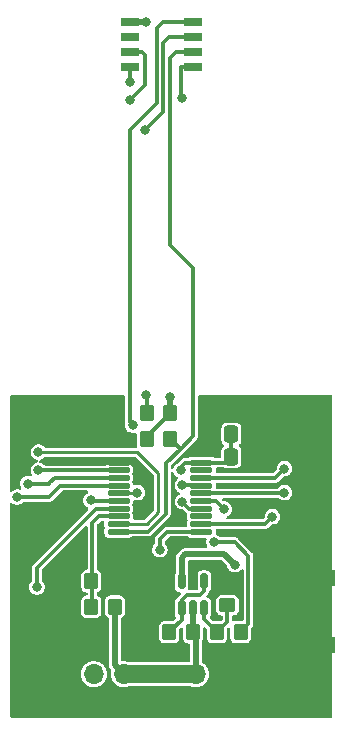
<source format=gbl>
G04 #@! TF.GenerationSoftware,KiCad,Pcbnew,6.0.10*
G04 #@! TF.CreationDate,2023-04-28T22:47:20-05:00*
G04 #@! TF.ProjectId,gas_sensor,6761735f-7365-46e7-936f-722e6b696361,rev?*
G04 #@! TF.SameCoordinates,Original*
G04 #@! TF.FileFunction,Copper,L2,Bot*
G04 #@! TF.FilePolarity,Positive*
%FSLAX46Y46*%
G04 Gerber Fmt 4.6, Leading zero omitted, Abs format (unit mm)*
G04 Created by KiCad (PCBNEW 6.0.10) date 2023-04-28 22:47:20*
%MOMM*%
%LPD*%
G01*
G04 APERTURE LIST*
G04 Aperture macros list*
%AMRoundRect*
0 Rectangle with rounded corners*
0 $1 Rounding radius*
0 $2 $3 $4 $5 $6 $7 $8 $9 X,Y pos of 4 corners*
0 Add a 4 corners polygon primitive as box body*
4,1,4,$2,$3,$4,$5,$6,$7,$8,$9,$2,$3,0*
0 Add four circle primitives for the rounded corners*
1,1,$1+$1,$2,$3*
1,1,$1+$1,$4,$5*
1,1,$1+$1,$6,$7*
1,1,$1+$1,$8,$9*
0 Add four rect primitives between the rounded corners*
20,1,$1+$1,$2,$3,$4,$5,0*
20,1,$1+$1,$4,$5,$6,$7,0*
20,1,$1+$1,$6,$7,$8,$9,0*
20,1,$1+$1,$8,$9,$2,$3,0*%
G04 Aperture macros list end*
G04 #@! TA.AperFunction,SMDPad,CuDef*
%ADD10R,4.200000X1.350000*%
G04 #@! TD*
G04 #@! TA.AperFunction,ComponentPad*
%ADD11R,1.700000X1.700000*%
G04 #@! TD*
G04 #@! TA.AperFunction,ComponentPad*
%ADD12O,1.700000X1.700000*%
G04 #@! TD*
G04 #@! TA.AperFunction,SMDPad,CuDef*
%ADD13RoundRect,0.250000X0.337500X0.475000X-0.337500X0.475000X-0.337500X-0.475000X0.337500X-0.475000X0*%
G04 #@! TD*
G04 #@! TA.AperFunction,SMDPad,CuDef*
%ADD14RoundRect,0.250000X0.350000X0.450000X-0.350000X0.450000X-0.350000X-0.450000X0.350000X-0.450000X0*%
G04 #@! TD*
G04 #@! TA.AperFunction,SMDPad,CuDef*
%ADD15RoundRect,0.250000X-0.350000X-0.450000X0.350000X-0.450000X0.350000X0.450000X-0.350000X0.450000X0*%
G04 #@! TD*
G04 #@! TA.AperFunction,SMDPad,CuDef*
%ADD16R,1.500000X0.650000*%
G04 #@! TD*
G04 #@! TA.AperFunction,SMDPad,CuDef*
%ADD17RoundRect,0.150000X0.150000X-0.512500X0.150000X0.512500X-0.150000X0.512500X-0.150000X-0.512500X0*%
G04 #@! TD*
G04 #@! TA.AperFunction,SMDPad,CuDef*
%ADD18RoundRect,0.250000X0.450000X-0.350000X0.450000X0.350000X-0.450000X0.350000X-0.450000X-0.350000X0*%
G04 #@! TD*
G04 #@! TA.AperFunction,SMDPad,CuDef*
%ADD19RoundRect,0.125000X0.825000X0.125000X-0.825000X0.125000X-0.825000X-0.125000X0.825000X-0.125000X0*%
G04 #@! TD*
G04 #@! TA.AperFunction,ViaPad*
%ADD20C,0.800000*%
G04 #@! TD*
G04 #@! TA.AperFunction,Conductor*
%ADD21C,0.300000*%
G04 #@! TD*
G04 #@! TA.AperFunction,Conductor*
%ADD22C,0.500000*%
G04 #@! TD*
G04 #@! TA.AperFunction,Conductor*
%ADD23C,1.500000*%
G04 #@! TD*
G04 #@! TA.AperFunction,Conductor*
%ADD24C,0.250000*%
G04 #@! TD*
G04 APERTURE END LIST*
D10*
X139319000Y-84074000D03*
X139319000Y-89724000D03*
D11*
X118491000Y-92202000D03*
D12*
X121031000Y-92202000D03*
X123571000Y-92202000D03*
D11*
X132207000Y-92202000D03*
D12*
X129667000Y-92202000D03*
D13*
X134747000Y-71882000D03*
X132672000Y-71882000D03*
D14*
X133445000Y-88646000D03*
X131445000Y-88646000D03*
D15*
X125508000Y-70104000D03*
X127508000Y-70104000D03*
D16*
X124046000Y-40767000D03*
X124046000Y-39497000D03*
X124046000Y-38227000D03*
X124046000Y-36957000D03*
X129446000Y-36957000D03*
X129446000Y-38227000D03*
X129446000Y-39497000D03*
X129446000Y-40767000D03*
D14*
X127508000Y-72263000D03*
X125508000Y-72263000D03*
D17*
X130363000Y-86614000D03*
X129413000Y-86614000D03*
X128463000Y-86614000D03*
X128463000Y-84339000D03*
X129413000Y-84339000D03*
X130363000Y-84339000D03*
D15*
X120809000Y-86487000D03*
X122809000Y-86487000D03*
D14*
X122809000Y-84328000D03*
X120809000Y-84328000D03*
X129413000Y-88646000D03*
X127413000Y-88646000D03*
D18*
X132334000Y-86360000D03*
X132334000Y-84360000D03*
D13*
X134747000Y-73787000D03*
X132672000Y-73787000D03*
D19*
X130119000Y-74291000D03*
X130119000Y-74941000D03*
X130119000Y-75591000D03*
X130119000Y-76241000D03*
X130119000Y-76891000D03*
X130119000Y-77541000D03*
X130119000Y-78191000D03*
X130119000Y-78841000D03*
X130119000Y-79491000D03*
X130119000Y-80141000D03*
X123119000Y-80141000D03*
X123119000Y-79491000D03*
X123119000Y-78841000D03*
X123119000Y-78191000D03*
X123119000Y-77541000D03*
X123119000Y-76891000D03*
X123119000Y-76241000D03*
X123119000Y-75591000D03*
X123119000Y-74941000D03*
X123119000Y-74291000D03*
D20*
X119380000Y-93980000D03*
X129413000Y-83058000D03*
X122428000Y-72390000D03*
X118110000Y-69850000D03*
X115570000Y-87630000D03*
X132080000Y-93980000D03*
X139700000Y-91440000D03*
X134620000Y-93980000D03*
X137160000Y-69850000D03*
X139700000Y-74930000D03*
X125476000Y-36957000D03*
X139700000Y-72390000D03*
X124460000Y-93980000D03*
X115570000Y-69850000D03*
X139446000Y-77724000D03*
X139700000Y-93980000D03*
X115570000Y-92710000D03*
X125349000Y-78359000D03*
X137160000Y-93980000D03*
X115570000Y-90170000D03*
X120650000Y-69850000D03*
X129540000Y-93980000D03*
X127000000Y-93980000D03*
X121920000Y-93980000D03*
X139700000Y-69850000D03*
X116840000Y-93980000D03*
X127508000Y-68707000D03*
X128397000Y-74930000D03*
X128524000Y-43434000D03*
X124079000Y-42037000D03*
X124079000Y-43561000D03*
X132969000Y-82931000D03*
X125476000Y-68580000D03*
X126619000Y-81661000D03*
X125349000Y-46101000D03*
X120777000Y-77470000D03*
X124320500Y-71120000D03*
X124714000Y-76835000D03*
X128524000Y-76200000D03*
X136144000Y-78867000D03*
X137160000Y-76835000D03*
X137160000Y-74803000D03*
X128524000Y-77597000D03*
X131191000Y-81026000D03*
X116332000Y-74930000D03*
X115443000Y-76073000D03*
X114554000Y-77216000D03*
X116205000Y-84836000D03*
X132080000Y-78232000D03*
X116332000Y-73406000D03*
D21*
X129413000Y-84339000D02*
X129413000Y-83058000D01*
D22*
X124046000Y-36957000D02*
X125476000Y-36957000D01*
X127508000Y-70104000D02*
X127508000Y-68707000D01*
D21*
X128782000Y-74291000D02*
X130119000Y-74291000D01*
X125508000Y-72263000D02*
X125508000Y-72104000D01*
X128397000Y-74676000D02*
X128782000Y-74291000D01*
D22*
X122809000Y-86487000D02*
X122809000Y-91440000D01*
X129413000Y-86614000D02*
X129413000Y-88646000D01*
D21*
X132168000Y-74291000D02*
X132672000Y-73787000D01*
D23*
X129667000Y-92202000D02*
X123571000Y-92202000D01*
D21*
X128397000Y-74930000D02*
X128397000Y-74676000D01*
X132672000Y-73787000D02*
X132672000Y-71882000D01*
X130119000Y-74291000D02*
X132168000Y-74291000D01*
D22*
X129667000Y-92202000D02*
X129667000Y-88900000D01*
X122809000Y-91440000D02*
X123571000Y-92202000D01*
X129667000Y-88900000D02*
X129413000Y-88646000D01*
D21*
X125508000Y-72104000D02*
X127508000Y-70104000D01*
X129446000Y-40767000D02*
X129667000Y-40767000D01*
X125349000Y-39751000D02*
X125349000Y-42291000D01*
D22*
X132080000Y-82042000D02*
X132969000Y-82931000D01*
X128778000Y-82042000D02*
X132080000Y-82042000D01*
X128463000Y-84339000D02*
X128463000Y-82357000D01*
D21*
X125095000Y-39497000D02*
X125349000Y-39751000D01*
X128397000Y-40767000D02*
X128397000Y-43307000D01*
X124046000Y-39497000D02*
X125095000Y-39497000D01*
X129446000Y-40767000D02*
X128397000Y-40767000D01*
D22*
X128463000Y-82357000D02*
X128778000Y-82042000D01*
D21*
X124046000Y-40767000D02*
X124046000Y-42004000D01*
X128397000Y-43307000D02*
X128524000Y-43434000D01*
X125349000Y-42291000D02*
X124079000Y-43561000D01*
X124046000Y-42004000D02*
X124079000Y-42037000D01*
X127508000Y-72263000D02*
X128360947Y-73115947D01*
X127127000Y-74349894D02*
X127127000Y-78613000D01*
X127508000Y-40005000D02*
X127508000Y-55880000D01*
X125599000Y-80141000D02*
X123119000Y-80141000D01*
X129421000Y-57793000D02*
X129421000Y-70985000D01*
X128360947Y-73115947D02*
X127127000Y-74349894D01*
X129421000Y-70985000D02*
X129413000Y-70993000D01*
X127127000Y-78613000D02*
X125599000Y-80141000D01*
X129413000Y-70993000D02*
X129413000Y-72063894D01*
X127508000Y-55880000D02*
X129421000Y-57793000D01*
X129413000Y-72063894D02*
X128360947Y-73115947D01*
X129446000Y-39497000D02*
X128016000Y-39497000D01*
X128016000Y-39497000D02*
X127508000Y-40005000D01*
X126873000Y-43942000D02*
X126873000Y-44577000D01*
X130119000Y-80141000D02*
X127250000Y-80141000D01*
X126873000Y-38735000D02*
X126873000Y-43942000D01*
X126873000Y-44577000D02*
X125349000Y-46101000D01*
X125508000Y-70104000D02*
X125508000Y-68612000D01*
X129446000Y-38227000D02*
X127381000Y-38227000D01*
X127381000Y-38227000D02*
X126873000Y-38735000D01*
X125508000Y-68612000D02*
X125476000Y-68580000D01*
X127250000Y-80141000D02*
X126619000Y-80772000D01*
X126619000Y-80772000D02*
X126619000Y-81661000D01*
X126365000Y-37465000D02*
X126365000Y-43815000D01*
X124079000Y-46101000D02*
X124079000Y-68580000D01*
X126365000Y-43815000D02*
X124079000Y-46101000D01*
X129446000Y-36957000D02*
X126873000Y-36957000D01*
X126873000Y-36957000D02*
X126365000Y-37465000D01*
X124079000Y-70878500D02*
X124320500Y-71120000D01*
X120848000Y-77541000D02*
X123119000Y-77541000D01*
X120777000Y-77470000D02*
X120848000Y-77541000D01*
X124079000Y-68580000D02*
X124079000Y-70878500D01*
D24*
X123119000Y-76891000D02*
X124658000Y-76891000D01*
X124658000Y-76891000D02*
X124714000Y-76835000D01*
D21*
X130078000Y-76200000D02*
X130119000Y-76241000D01*
X128524000Y-76200000D02*
X130078000Y-76200000D01*
X130119000Y-79491000D02*
X135520000Y-79491000D01*
X135520000Y-79491000D02*
X136144000Y-78867000D01*
X130119000Y-76891000D02*
X137104000Y-76891000D01*
X137104000Y-76891000D02*
X137160000Y-76835000D01*
X136372000Y-75591000D02*
X137160000Y-74803000D01*
X130119000Y-75591000D02*
X136372000Y-75591000D01*
X130119000Y-78191000D02*
X129118000Y-78191000D01*
X131191000Y-81026000D02*
X132969000Y-81026000D01*
X134112000Y-82169000D02*
X134112000Y-87979000D01*
X129118000Y-78191000D02*
X128524000Y-77597000D01*
X134112000Y-87979000D02*
X133445000Y-88646000D01*
X132969000Y-81026000D02*
X134112000Y-82169000D01*
X123119000Y-74941000D02*
X116343000Y-74941000D01*
X116343000Y-74941000D02*
X116332000Y-74930000D01*
X117703000Y-75591000D02*
X117348000Y-75946000D01*
X123119000Y-75591000D02*
X117703000Y-75591000D01*
X117221000Y-76073000D02*
X115443000Y-76073000D01*
X117348000Y-75946000D02*
X117221000Y-76073000D01*
X117221000Y-77216000D02*
X114554000Y-77216000D01*
X118196000Y-76241000D02*
X117221000Y-77216000D01*
X123119000Y-76241000D02*
X118196000Y-76241000D01*
X120523000Y-78867000D02*
X116205000Y-83185000D01*
X123119000Y-78191000D02*
X121199000Y-78191000D01*
X116205000Y-83185000D02*
X116205000Y-84836000D01*
X121199000Y-78191000D02*
X120523000Y-78867000D01*
X132334000Y-86360000D02*
X132334000Y-87757000D01*
X130363000Y-86614000D02*
X130363000Y-87564000D01*
X130363000Y-87564000D02*
X131445000Y-88646000D01*
X132334000Y-87757000D02*
X131445000Y-88646000D01*
X130363000Y-85156000D02*
X130363000Y-84339000D01*
X130048000Y-85471000D02*
X130363000Y-85156000D01*
X128463000Y-85913000D02*
X128905000Y-85471000D01*
X128463000Y-87596000D02*
X127413000Y-88646000D01*
X128463000Y-86614000D02*
X128463000Y-87596000D01*
X128905000Y-85471000D02*
X130048000Y-85471000D01*
X128463000Y-86614000D02*
X128463000Y-85913000D01*
X131389000Y-77541000D02*
X132080000Y-78232000D01*
X130119000Y-77541000D02*
X131389000Y-77541000D01*
D24*
X123119000Y-79491000D02*
X125487000Y-79491000D01*
X124714000Y-73406000D02*
X116332000Y-73406000D01*
X125487000Y-79491000D02*
X126492000Y-78486000D01*
X126492000Y-78486000D02*
X126492000Y-75184000D01*
X126492000Y-75184000D02*
X124714000Y-73406000D01*
D21*
X121438000Y-78841000D02*
X120904000Y-79375000D01*
X120904000Y-86392000D02*
X120809000Y-86487000D01*
X120904000Y-79375000D02*
X120904000Y-86392000D01*
X123119000Y-78841000D02*
X121438000Y-78841000D01*
X130093000Y-78867000D02*
X130119000Y-78841000D01*
G04 #@! TA.AperFunction,Conductor*
G36*
X130540591Y-68582421D02*
G01*
X130556000Y-68585486D01*
X130568897Y-68582921D01*
X130593476Y-68580500D01*
X141097500Y-68580500D01*
X141165621Y-68600502D01*
X141212114Y-68654158D01*
X141223500Y-68706500D01*
X141223500Y-95758500D01*
X141203498Y-95826621D01*
X141149842Y-95873114D01*
X141097500Y-95884500D01*
X114045500Y-95884500D01*
X113977379Y-95864498D01*
X113930886Y-95810842D01*
X113919500Y-95758500D01*
X113919500Y-92172964D01*
X119922148Y-92172964D01*
X119935424Y-92375522D01*
X119936845Y-92381118D01*
X119936846Y-92381123D01*
X119957119Y-92460945D01*
X119985392Y-92572269D01*
X119987809Y-92577512D01*
X120025010Y-92658208D01*
X120070377Y-92756616D01*
X120187533Y-92922389D01*
X120332938Y-93064035D01*
X120501720Y-93176812D01*
X120507023Y-93179090D01*
X120507026Y-93179092D01*
X120595707Y-93217192D01*
X120688228Y-93256942D01*
X120761244Y-93273464D01*
X120880579Y-93300467D01*
X120880584Y-93300468D01*
X120886216Y-93301742D01*
X120891987Y-93301969D01*
X120891989Y-93301969D01*
X120951756Y-93304317D01*
X121089053Y-93309712D01*
X121189499Y-93295148D01*
X121284231Y-93281413D01*
X121284236Y-93281412D01*
X121289945Y-93280584D01*
X121295409Y-93278729D01*
X121295414Y-93278728D01*
X121476693Y-93217192D01*
X121476698Y-93217190D01*
X121482165Y-93215334D01*
X121497940Y-93206500D01*
X121556683Y-93173602D01*
X121659276Y-93116147D01*
X121721934Y-93064035D01*
X121810913Y-92990031D01*
X121815345Y-92986345D01*
X121945147Y-92830276D01*
X122044334Y-92653165D01*
X122046190Y-92647698D01*
X122046192Y-92647693D01*
X122107728Y-92466414D01*
X122107729Y-92466409D01*
X122109584Y-92460945D01*
X122110412Y-92455236D01*
X122110413Y-92455231D01*
X122138179Y-92263727D01*
X122138712Y-92260053D01*
X122140232Y-92202000D01*
X122121658Y-91999859D01*
X122120090Y-91994299D01*
X122068125Y-91810046D01*
X122068124Y-91810044D01*
X122066557Y-91804487D01*
X122057763Y-91786653D01*
X121979331Y-91627609D01*
X121976776Y-91622428D01*
X121947373Y-91583052D01*
X121882758Y-91496523D01*
X121855320Y-91459779D01*
X121706258Y-91321987D01*
X121701375Y-91318906D01*
X121701371Y-91318903D01*
X121539464Y-91216748D01*
X121534581Y-91213667D01*
X121346039Y-91138446D01*
X121340379Y-91137320D01*
X121340375Y-91137319D01*
X121152613Y-91099971D01*
X121152610Y-91099971D01*
X121146946Y-91098844D01*
X121141171Y-91098768D01*
X121141167Y-91098768D01*
X121039793Y-91097441D01*
X120943971Y-91096187D01*
X120938274Y-91097166D01*
X120938273Y-91097166D01*
X120749607Y-91129585D01*
X120743910Y-91130564D01*
X120553463Y-91200824D01*
X120379010Y-91304612D01*
X120374670Y-91308418D01*
X120374666Y-91308421D01*
X120289109Y-91383453D01*
X120226392Y-91438455D01*
X120222817Y-91442990D01*
X120222816Y-91442991D01*
X120209581Y-91459779D01*
X120100720Y-91597869D01*
X120098031Y-91602980D01*
X120098029Y-91602983D01*
X120081117Y-91635128D01*
X120006203Y-91777515D01*
X119946007Y-91971378D01*
X119922148Y-92172964D01*
X113919500Y-92172964D01*
X113919500Y-77808599D01*
X113939502Y-77740478D01*
X113993158Y-77693985D01*
X114063432Y-77683881D01*
X114130299Y-77715405D01*
X114172076Y-77753419D01*
X114311293Y-77829008D01*
X114464522Y-77869207D01*
X114548477Y-77870526D01*
X114615319Y-77871576D01*
X114615322Y-77871576D01*
X114622916Y-77871695D01*
X114777332Y-77836329D01*
X114879980Y-77784703D01*
X114912072Y-77768563D01*
X114912075Y-77768561D01*
X114918855Y-77765151D01*
X114924626Y-77760222D01*
X114924629Y-77760220D01*
X115033537Y-77667203D01*
X115039314Y-77662269D01*
X115040855Y-77660125D01*
X115099875Y-77624610D01*
X115131793Y-77620500D01*
X117285066Y-77620500D01*
X117294498Y-77617435D01*
X117294500Y-77617435D01*
X117306287Y-77613605D01*
X117325513Y-77608989D01*
X117337762Y-77607049D01*
X117347555Y-77605498D01*
X117367439Y-77595366D01*
X117385705Y-77587801D01*
X117397496Y-77583970D01*
X117406929Y-77580905D01*
X117424989Y-77567784D01*
X117441846Y-77557454D01*
X117442859Y-77556938D01*
X117461723Y-77547326D01*
X117484511Y-77524538D01*
X117484515Y-77524535D01*
X118326645Y-76682405D01*
X118388957Y-76648379D01*
X118415740Y-76645500D01*
X120428513Y-76645500D01*
X120496634Y-76665502D01*
X120543127Y-76719158D01*
X120553231Y-76789432D01*
X120523737Y-76854012D01*
X120486303Y-76883466D01*
X120406414Y-76924700D01*
X120287039Y-77028838D01*
X120195950Y-77158444D01*
X120193190Y-77165524D01*
X120146139Y-77286204D01*
X120138406Y-77306037D01*
X120137414Y-77313570D01*
X120137414Y-77313571D01*
X120118752Y-77455329D01*
X120117729Y-77463096D01*
X120124513Y-77524542D01*
X120134008Y-77610540D01*
X120135113Y-77620553D01*
X120137723Y-77627684D01*
X120137723Y-77627686D01*
X120181865Y-77748309D01*
X120189553Y-77769319D01*
X120193789Y-77775622D01*
X120193789Y-77775623D01*
X120270100Y-77889185D01*
X120277908Y-77900805D01*
X120283527Y-77905918D01*
X120283528Y-77905919D01*
X120300632Y-77921482D01*
X120395076Y-78007419D01*
X120516050Y-78073103D01*
X120566371Y-78123185D01*
X120581627Y-78192523D01*
X120556975Y-78259102D01*
X120545024Y-78272926D01*
X115896465Y-82921485D01*
X115896452Y-82921499D01*
X115873674Y-82944277D01*
X115869171Y-82953115D01*
X115863546Y-82964154D01*
X115853216Y-82981011D01*
X115840095Y-82999071D01*
X115837030Y-83008504D01*
X115833199Y-83020295D01*
X115825634Y-83038561D01*
X115815502Y-83058445D01*
X115813951Y-83068238D01*
X115812011Y-83080487D01*
X115807395Y-83099713D01*
X115800500Y-83120934D01*
X115800500Y-84262996D01*
X115780498Y-84331117D01*
X115757330Y-84357945D01*
X115715039Y-84394838D01*
X115623950Y-84524444D01*
X115566406Y-84672037D01*
X115545729Y-84829096D01*
X115551170Y-84878380D01*
X115562175Y-84978055D01*
X115563113Y-84986553D01*
X115565723Y-84993684D01*
X115565723Y-84993686D01*
X115585050Y-85046498D01*
X115617553Y-85135319D01*
X115621789Y-85141622D01*
X115621789Y-85141623D01*
X115697164Y-85253792D01*
X115705908Y-85266805D01*
X115711527Y-85271918D01*
X115711528Y-85271919D01*
X115723217Y-85282555D01*
X115823076Y-85373419D01*
X115962293Y-85449008D01*
X116115522Y-85489207D01*
X116199477Y-85490526D01*
X116266319Y-85491576D01*
X116266322Y-85491576D01*
X116273916Y-85491695D01*
X116428332Y-85456329D01*
X116509590Y-85415461D01*
X116563072Y-85388563D01*
X116563075Y-85388561D01*
X116569855Y-85385151D01*
X116575626Y-85380222D01*
X116575629Y-85380220D01*
X116684536Y-85287204D01*
X116684536Y-85287203D01*
X116690314Y-85282269D01*
X116782755Y-85153624D01*
X116841842Y-85006641D01*
X116858694Y-84888229D01*
X116863581Y-84853891D01*
X116863581Y-84853888D01*
X116864162Y-84849807D01*
X116864307Y-84836000D01*
X116863479Y-84829153D01*
X116846188Y-84686273D01*
X116845276Y-84678733D01*
X116789280Y-84530546D01*
X116699553Y-84399992D01*
X116651681Y-84357339D01*
X116614126Y-84297090D01*
X116609500Y-84263263D01*
X116609500Y-83404740D01*
X116629502Y-83336619D01*
X116646405Y-83315645D01*
X120284405Y-79677645D01*
X120346717Y-79643619D01*
X120417532Y-79648684D01*
X120474368Y-79691231D01*
X120499179Y-79757751D01*
X120499500Y-79766740D01*
X120499500Y-83250859D01*
X120479498Y-83318980D01*
X120425842Y-83365473D01*
X120387108Y-83376122D01*
X120357403Y-83379349D01*
X120357402Y-83379349D01*
X120349552Y-83380202D01*
X120342159Y-83382974D01*
X120342157Y-83382974D01*
X120331386Y-83387012D01*
X120214236Y-83430929D01*
X120207057Y-83436309D01*
X120207054Y-83436311D01*
X120155138Y-83475220D01*
X120098596Y-83517596D01*
X120093215Y-83524776D01*
X120017311Y-83626054D01*
X120017309Y-83626057D01*
X120011929Y-83633236D01*
X119961202Y-83768552D01*
X119960349Y-83776402D01*
X119960349Y-83776403D01*
X119958365Y-83794666D01*
X119954500Y-83830244D01*
X119954500Y-84825756D01*
X119961202Y-84887448D01*
X119963974Y-84894841D01*
X119963974Y-84894843D01*
X119978296Y-84933046D01*
X120011929Y-85022764D01*
X120017309Y-85029943D01*
X120017311Y-85029946D01*
X120044707Y-85066500D01*
X120098596Y-85138404D01*
X120105776Y-85143785D01*
X120207054Y-85219689D01*
X120207057Y-85219691D01*
X120214236Y-85225071D01*
X120282653Y-85250719D01*
X120342157Y-85273026D01*
X120342159Y-85273026D01*
X120349552Y-85275798D01*
X120357402Y-85276651D01*
X120357403Y-85276651D01*
X120387108Y-85279878D01*
X120452670Y-85307120D01*
X120493096Y-85365483D01*
X120499500Y-85405141D01*
X120499500Y-85409859D01*
X120479498Y-85477980D01*
X120425842Y-85524473D01*
X120387108Y-85535122D01*
X120357403Y-85538349D01*
X120357402Y-85538349D01*
X120349552Y-85539202D01*
X120342159Y-85541974D01*
X120342157Y-85541974D01*
X120309499Y-85554217D01*
X120214236Y-85589929D01*
X120207057Y-85595309D01*
X120207054Y-85595311D01*
X120134622Y-85649596D01*
X120098596Y-85676596D01*
X120093215Y-85683776D01*
X120017311Y-85785054D01*
X120017309Y-85785057D01*
X120011929Y-85792236D01*
X119982923Y-85869610D01*
X119968381Y-85908403D01*
X119961202Y-85927552D01*
X119960349Y-85935402D01*
X119960349Y-85935403D01*
X119954869Y-85985847D01*
X119954500Y-85989244D01*
X119954500Y-86984756D01*
X119961202Y-87046448D01*
X119963974Y-87053841D01*
X119963974Y-87053843D01*
X119972200Y-87075785D01*
X120011929Y-87181764D01*
X120017309Y-87188943D01*
X120017311Y-87188946D01*
X120058019Y-87243262D01*
X120098596Y-87297404D01*
X120105776Y-87302785D01*
X120207054Y-87378689D01*
X120207057Y-87378691D01*
X120214236Y-87384071D01*
X120303954Y-87417704D01*
X120342157Y-87432026D01*
X120342159Y-87432026D01*
X120349552Y-87434798D01*
X120357402Y-87435651D01*
X120357403Y-87435651D01*
X120407847Y-87441131D01*
X120411244Y-87441500D01*
X121206756Y-87441500D01*
X121210153Y-87441131D01*
X121260597Y-87435651D01*
X121260598Y-87435651D01*
X121268448Y-87434798D01*
X121275841Y-87432026D01*
X121275843Y-87432026D01*
X121314046Y-87417704D01*
X121403764Y-87384071D01*
X121410943Y-87378691D01*
X121410946Y-87378689D01*
X121512224Y-87302785D01*
X121519404Y-87297404D01*
X121559981Y-87243262D01*
X121600689Y-87188946D01*
X121600691Y-87188943D01*
X121606071Y-87181764D01*
X121645800Y-87075785D01*
X121654026Y-87053843D01*
X121654026Y-87053841D01*
X121656798Y-87046448D01*
X121663500Y-86984756D01*
X121663500Y-85989244D01*
X121663131Y-85985847D01*
X121657651Y-85935403D01*
X121657651Y-85935402D01*
X121656798Y-85927552D01*
X121649620Y-85908403D01*
X121635077Y-85869610D01*
X121606071Y-85792236D01*
X121600691Y-85785057D01*
X121600689Y-85785054D01*
X121524785Y-85683776D01*
X121519404Y-85676596D01*
X121483378Y-85649596D01*
X121410946Y-85595311D01*
X121410943Y-85595309D01*
X121403764Y-85589929D01*
X121390272Y-85584871D01*
X121333507Y-85542231D01*
X121308806Y-85475670D01*
X121308500Y-85466889D01*
X121308500Y-85348111D01*
X121328502Y-85279990D01*
X121382158Y-85233497D01*
X121390262Y-85230132D01*
X121403764Y-85225071D01*
X121410943Y-85219691D01*
X121410946Y-85219689D01*
X121512224Y-85143785D01*
X121519404Y-85138404D01*
X121573293Y-85066500D01*
X121600689Y-85029946D01*
X121600691Y-85029943D01*
X121606071Y-85022764D01*
X121639704Y-84933046D01*
X121654026Y-84894843D01*
X121654026Y-84894841D01*
X121656798Y-84887448D01*
X121663500Y-84825756D01*
X121663500Y-83830244D01*
X121659635Y-83794666D01*
X121657651Y-83776403D01*
X121657651Y-83776402D01*
X121656798Y-83768552D01*
X121606071Y-83633236D01*
X121600691Y-83626057D01*
X121600689Y-83626054D01*
X121524785Y-83524776D01*
X121519404Y-83517596D01*
X121462862Y-83475220D01*
X121410946Y-83436311D01*
X121410943Y-83436309D01*
X121403764Y-83430929D01*
X121390272Y-83425871D01*
X121333507Y-83383231D01*
X121308806Y-83316670D01*
X121308500Y-83307889D01*
X121308500Y-79594740D01*
X121328502Y-79526619D01*
X121345405Y-79505645D01*
X121568645Y-79282405D01*
X121630957Y-79248379D01*
X121657740Y-79245500D01*
X121788500Y-79245500D01*
X121856621Y-79265502D01*
X121903114Y-79319158D01*
X121914500Y-79371500D01*
X121914500Y-79651968D01*
X121925481Y-79726561D01*
X121939936Y-79756003D01*
X121942153Y-79760518D01*
X121954221Y-79830482D01*
X121942251Y-79871379D01*
X121925288Y-79906082D01*
X121914500Y-79980032D01*
X121914500Y-80301968D01*
X121925481Y-80376561D01*
X121981162Y-80489970D01*
X122070576Y-80579229D01*
X122079932Y-80583802D01*
X122079933Y-80583803D01*
X122103871Y-80595504D01*
X122184082Y-80634712D01*
X122193761Y-80636124D01*
X122253505Y-80644840D01*
X122253511Y-80644840D01*
X122258032Y-80645500D01*
X123979968Y-80645500D01*
X124011745Y-80640822D01*
X124044870Y-80635946D01*
X124044872Y-80635945D01*
X124054561Y-80634519D01*
X124121817Y-80601498D01*
X124158622Y-80583428D01*
X124158624Y-80583427D01*
X124167970Y-80578838D01*
X124175327Y-80571468D01*
X124178706Y-80569049D01*
X124252053Y-80545500D01*
X125663066Y-80545500D01*
X125672498Y-80542435D01*
X125672500Y-80542435D01*
X125684287Y-80538605D01*
X125703513Y-80533989D01*
X125715762Y-80532049D01*
X125725555Y-80530498D01*
X125745439Y-80520366D01*
X125763705Y-80512801D01*
X125775496Y-80508970D01*
X125784929Y-80505905D01*
X125802989Y-80492784D01*
X125819846Y-80482454D01*
X125822592Y-80481055D01*
X125839723Y-80472326D01*
X125862511Y-80449538D01*
X125862515Y-80449535D01*
X127435535Y-78876515D01*
X127435538Y-78876511D01*
X127458326Y-78853723D01*
X127468457Y-78833840D01*
X127478787Y-78816983D01*
X127486076Y-78806950D01*
X127491904Y-78798929D01*
X127496572Y-78784563D01*
X127498801Y-78777704D01*
X127506367Y-78759437D01*
X127511996Y-78748390D01*
X127516498Y-78739555D01*
X127519990Y-78717507D01*
X127524606Y-78698282D01*
X127528433Y-78686502D01*
X127531499Y-78677066D01*
X127531499Y-78644840D01*
X127531500Y-78644834D01*
X127531500Y-75180456D01*
X127551502Y-75112335D01*
X127605158Y-75065842D01*
X127675432Y-75055738D01*
X127740012Y-75085232D01*
X127775826Y-75137155D01*
X127793884Y-75186500D01*
X127809553Y-75229319D01*
X127813789Y-75235622D01*
X127813789Y-75235623D01*
X127829845Y-75259516D01*
X127897908Y-75360805D01*
X127903527Y-75365918D01*
X127903528Y-75365919D01*
X128005488Y-75458695D01*
X128015076Y-75467419D01*
X128036684Y-75479151D01*
X128073348Y-75499058D01*
X128123669Y-75549141D01*
X128138925Y-75618479D01*
X128114272Y-75685058D01*
X128096054Y-75704738D01*
X128039765Y-75753842D01*
X128039761Y-75753846D01*
X128034039Y-75758838D01*
X127942950Y-75888444D01*
X127925791Y-75932454D01*
X127897336Y-76005439D01*
X127885406Y-76036037D01*
X127884414Y-76043570D01*
X127884414Y-76043571D01*
X127865730Y-76185496D01*
X127864729Y-76193096D01*
X127868035Y-76223039D01*
X127875395Y-76289700D01*
X127882113Y-76350553D01*
X127884723Y-76357684D01*
X127884723Y-76357686D01*
X127930073Y-76481610D01*
X127936553Y-76499319D01*
X127940789Y-76505622D01*
X127940789Y-76505623D01*
X128020204Y-76623804D01*
X128024908Y-76630805D01*
X128030527Y-76635918D01*
X128030528Y-76635919D01*
X128085580Y-76686012D01*
X128142076Y-76737419D01*
X128148749Y-76741042D01*
X128235212Y-76787988D01*
X128285534Y-76838071D01*
X128300790Y-76907409D01*
X128276137Y-76973988D01*
X128232879Y-77010685D01*
X128187723Y-77033992D01*
X128153414Y-77051700D01*
X128034039Y-77155838D01*
X127942950Y-77285444D01*
X127937682Y-77298957D01*
X127903136Y-77387563D01*
X127885406Y-77433037D01*
X127884414Y-77440570D01*
X127884414Y-77440571D01*
X127866264Y-77578438D01*
X127864729Y-77590096D01*
X127868035Y-77620039D01*
X127878564Y-77715405D01*
X127882113Y-77747553D01*
X127884723Y-77754684D01*
X127884723Y-77754686D01*
X127926632Y-77869207D01*
X127936553Y-77896319D01*
X127940789Y-77902622D01*
X127940789Y-77902623D01*
X127952660Y-77920288D01*
X128024908Y-78027805D01*
X128030527Y-78032918D01*
X128030528Y-78032919D01*
X128129730Y-78123185D01*
X128142076Y-78134419D01*
X128281293Y-78210008D01*
X128434522Y-78250207D01*
X128492613Y-78251119D01*
X128556852Y-78252129D01*
X128624651Y-78273198D01*
X128643968Y-78289018D01*
X128854485Y-78499535D01*
X128854489Y-78499538D01*
X128877277Y-78522326D01*
X128876398Y-78523205D01*
X128913728Y-78571613D01*
X128920994Y-78635518D01*
X128915165Y-78675476D01*
X128914500Y-78680032D01*
X128914500Y-79001968D01*
X128915171Y-79006524D01*
X128924000Y-79066498D01*
X128925481Y-79076561D01*
X128929798Y-79085353D01*
X128942153Y-79110518D01*
X128954221Y-79180482D01*
X128942251Y-79221379D01*
X128925288Y-79256082D01*
X128914500Y-79330032D01*
X128914500Y-79610500D01*
X128894498Y-79678621D01*
X128840842Y-79725114D01*
X128788500Y-79736500D01*
X127185934Y-79736500D01*
X127176502Y-79739565D01*
X127176500Y-79739565D01*
X127164713Y-79743395D01*
X127145487Y-79748011D01*
X127123445Y-79751502D01*
X127111181Y-79757751D01*
X127103562Y-79761633D01*
X127085296Y-79769199D01*
X127064071Y-79776095D01*
X127046013Y-79789216D01*
X127029162Y-79799542D01*
X127009277Y-79809674D01*
X126986486Y-79832465D01*
X126310465Y-80508485D01*
X126310462Y-80508489D01*
X126287674Y-80531277D01*
X126277546Y-80551154D01*
X126267216Y-80568011D01*
X126254095Y-80586071D01*
X126251030Y-80595504D01*
X126247199Y-80607295D01*
X126239634Y-80625561D01*
X126229502Y-80645445D01*
X126227951Y-80655238D01*
X126226011Y-80667487D01*
X126221395Y-80686713D01*
X126214500Y-80707934D01*
X126214500Y-81087996D01*
X126194498Y-81156117D01*
X126171330Y-81182945D01*
X126129039Y-81219838D01*
X126037950Y-81349444D01*
X126035190Y-81356524D01*
X125990063Y-81472269D01*
X125980406Y-81497037D01*
X125979414Y-81504570D01*
X125979414Y-81504571D01*
X125960723Y-81646549D01*
X125959729Y-81654096D01*
X125977113Y-81811553D01*
X125979723Y-81818684D01*
X125979723Y-81818686D01*
X126023062Y-81937115D01*
X126031553Y-81960319D01*
X126035789Y-81966622D01*
X126035789Y-81966623D01*
X126110074Y-82077170D01*
X126119908Y-82091805D01*
X126125527Y-82096918D01*
X126125528Y-82096919D01*
X126151606Y-82120648D01*
X126237076Y-82198419D01*
X126376293Y-82274008D01*
X126529522Y-82314207D01*
X126613477Y-82315526D01*
X126680319Y-82316576D01*
X126680322Y-82316576D01*
X126687916Y-82316695D01*
X126842332Y-82281329D01*
X126932726Y-82235866D01*
X126977072Y-82213563D01*
X126977075Y-82213561D01*
X126983855Y-82210151D01*
X126989626Y-82205222D01*
X126989629Y-82205220D01*
X127098536Y-82112204D01*
X127098536Y-82112203D01*
X127104314Y-82107269D01*
X127196755Y-81978624D01*
X127255842Y-81831641D01*
X127272917Y-81711661D01*
X127277581Y-81678891D01*
X127277581Y-81678888D01*
X127278162Y-81674807D01*
X127278307Y-81661000D01*
X127277533Y-81654599D01*
X127272861Y-81615999D01*
X127259276Y-81503733D01*
X127203280Y-81355546D01*
X127113553Y-81224992D01*
X127065681Y-81182339D01*
X127028126Y-81122090D01*
X127023500Y-81088263D01*
X127023500Y-80991741D01*
X127043502Y-80923620D01*
X127060404Y-80902646D01*
X127380644Y-80582405D01*
X127442957Y-80548380D01*
X127469740Y-80545500D01*
X128985901Y-80545500D01*
X129059069Y-80568921D01*
X129063205Y-80571871D01*
X129070576Y-80579229D01*
X129079932Y-80583802D01*
X129079933Y-80583803D01*
X129103871Y-80595504D01*
X129184082Y-80634712D01*
X129193761Y-80636124D01*
X129253505Y-80644840D01*
X129253511Y-80644840D01*
X129258032Y-80645500D01*
X130452467Y-80645500D01*
X130520588Y-80665502D01*
X130567081Y-80719158D01*
X130577185Y-80789432D01*
X130569860Y-80817269D01*
X130552406Y-80862037D01*
X130551414Y-80869570D01*
X130551414Y-80869571D01*
X130544299Y-80923620D01*
X130531729Y-81019096D01*
X130532563Y-81026646D01*
X130546857Y-81156117D01*
X130549113Y-81176553D01*
X130551723Y-81183684D01*
X130551723Y-81183686D01*
X130564991Y-81219941D01*
X130603553Y-81325319D01*
X130607790Y-81331624D01*
X130614240Y-81341223D01*
X130635633Y-81408920D01*
X130617030Y-81477436D01*
X130564337Y-81525018D01*
X130509659Y-81537500D01*
X128848624Y-81537500D01*
X128836619Y-81536159D01*
X128836579Y-81536655D01*
X128827632Y-81535935D01*
X128818876Y-81533954D01*
X128775338Y-81536655D01*
X128765618Y-81537258D01*
X128757816Y-81537500D01*
X128741774Y-81537500D01*
X128737343Y-81538135D01*
X128737338Y-81538135D01*
X128733313Y-81538712D01*
X128731543Y-81538965D01*
X128721486Y-81539996D01*
X128699024Y-81541389D01*
X128683600Y-81542346D01*
X128683598Y-81542346D01*
X128674641Y-81542902D01*
X128666201Y-81545949D01*
X128662911Y-81546630D01*
X128647062Y-81550582D01*
X128643832Y-81551527D01*
X128634948Y-81552799D01*
X128592222Y-81572225D01*
X128582860Y-81576036D01*
X128547158Y-81588925D01*
X128547157Y-81588926D01*
X128538716Y-81591973D01*
X128531467Y-81597269D01*
X128528486Y-81598854D01*
X128514408Y-81607080D01*
X128511569Y-81608896D01*
X128503395Y-81612612D01*
X128496591Y-81618475D01*
X128467848Y-81643242D01*
X128459930Y-81649530D01*
X128449056Y-81657473D01*
X128438194Y-81668335D01*
X128431348Y-81674693D01*
X128393918Y-81706944D01*
X128389034Y-81714479D01*
X128383301Y-81721051D01*
X128374074Y-81732455D01*
X128156206Y-81950323D01*
X128146766Y-81957865D01*
X128147089Y-81958245D01*
X128140253Y-81964063D01*
X128132661Y-81968853D01*
X128126719Y-81975581D01*
X128097329Y-82008859D01*
X128091983Y-82014546D01*
X128080649Y-82025880D01*
X128077964Y-82029463D01*
X128077962Y-82029465D01*
X128074447Y-82034155D01*
X128068062Y-82041998D01*
X128036999Y-82077170D01*
X128033186Y-82085292D01*
X128031346Y-82088093D01*
X128022937Y-82102088D01*
X128021315Y-82105051D01*
X128015930Y-82112236D01*
X128012777Y-82120646D01*
X128012776Y-82120648D01*
X127999454Y-82156182D01*
X127995530Y-82165495D01*
X127975583Y-82207982D01*
X127974201Y-82216856D01*
X127973215Y-82220083D01*
X127969075Y-82235866D01*
X127968354Y-82239144D01*
X127965202Y-82247552D01*
X127964537Y-82256503D01*
X127961724Y-82294357D01*
X127960570Y-82304404D01*
X127958500Y-82317697D01*
X127958500Y-82333062D01*
X127958154Y-82342399D01*
X127954493Y-82391667D01*
X127956366Y-82400442D01*
X127956959Y-82409138D01*
X127958500Y-82423738D01*
X127958500Y-83601007D01*
X127944767Y-83658210D01*
X127923502Y-83699945D01*
X127908500Y-83794666D01*
X127908500Y-84883334D01*
X127923502Y-84978055D01*
X127981674Y-85092223D01*
X128072277Y-85182826D01*
X128186445Y-85240998D01*
X128196236Y-85242549D01*
X128196237Y-85242549D01*
X128211560Y-85244976D01*
X128267230Y-85253793D01*
X128331381Y-85284204D01*
X128368908Y-85344472D01*
X128367895Y-85415461D01*
X128336613Y-85467336D01*
X128154479Y-85649470D01*
X128154452Y-85649499D01*
X128131674Y-85672277D01*
X128127171Y-85681115D01*
X128121546Y-85692154D01*
X128111216Y-85709011D01*
X128098095Y-85727071D01*
X128095030Y-85736505D01*
X128092749Y-85740981D01*
X128069576Y-85772875D01*
X127981674Y-85860777D01*
X127923502Y-85974945D01*
X127908500Y-86069666D01*
X127908500Y-87158334D01*
X127923502Y-87253055D01*
X127977939Y-87359892D01*
X127981674Y-87367223D01*
X127980727Y-87367706D01*
X128001482Y-87425877D01*
X127985402Y-87495029D01*
X127964783Y-87522166D01*
X127832354Y-87654595D01*
X127770042Y-87688621D01*
X127743259Y-87691500D01*
X127015244Y-87691500D01*
X127011848Y-87691869D01*
X127011847Y-87691869D01*
X126961403Y-87697349D01*
X126961402Y-87697349D01*
X126953552Y-87698202D01*
X126946159Y-87700974D01*
X126946157Y-87700974D01*
X126908500Y-87715091D01*
X126818236Y-87748929D01*
X126811057Y-87754309D01*
X126811054Y-87754311D01*
X126723023Y-87820287D01*
X126702596Y-87835596D01*
X126697215Y-87842776D01*
X126621311Y-87944054D01*
X126621309Y-87944057D01*
X126615929Y-87951236D01*
X126612779Y-87959640D01*
X126570015Y-88073714D01*
X126565202Y-88086552D01*
X126564349Y-88094402D01*
X126564349Y-88094403D01*
X126562178Y-88114390D01*
X126558500Y-88148244D01*
X126558500Y-89143756D01*
X126565202Y-89205448D01*
X126615929Y-89340764D01*
X126621309Y-89347943D01*
X126621311Y-89347946D01*
X126685959Y-89434205D01*
X126702596Y-89456404D01*
X126709776Y-89461785D01*
X126811054Y-89537689D01*
X126811057Y-89537691D01*
X126818236Y-89543071D01*
X126907954Y-89576704D01*
X126946157Y-89591026D01*
X126946159Y-89591026D01*
X126953552Y-89593798D01*
X126961402Y-89594651D01*
X126961403Y-89594651D01*
X127011847Y-89600131D01*
X127015244Y-89600500D01*
X127810756Y-89600500D01*
X127814153Y-89600131D01*
X127864597Y-89594651D01*
X127864598Y-89594651D01*
X127872448Y-89593798D01*
X127879841Y-89591026D01*
X127879843Y-89591026D01*
X127918046Y-89576704D01*
X128007764Y-89543071D01*
X128014943Y-89537691D01*
X128014946Y-89537689D01*
X128116224Y-89461785D01*
X128123404Y-89456404D01*
X128140041Y-89434205D01*
X128204689Y-89347946D01*
X128204691Y-89347943D01*
X128210071Y-89340764D01*
X128260798Y-89205448D01*
X128267500Y-89143756D01*
X128267500Y-88415739D01*
X128287502Y-88347619D01*
X128304405Y-88326645D01*
X128343405Y-88287645D01*
X128405717Y-88253619D01*
X128476532Y-88258684D01*
X128533368Y-88301231D01*
X128558179Y-88367751D01*
X128558500Y-88376740D01*
X128558500Y-89143756D01*
X128565202Y-89205448D01*
X128615929Y-89340764D01*
X128621309Y-89347943D01*
X128621311Y-89347946D01*
X128685959Y-89434205D01*
X128702596Y-89456404D01*
X128709776Y-89461785D01*
X128811054Y-89537689D01*
X128811057Y-89537691D01*
X128818236Y-89543071D01*
X128907954Y-89576704D01*
X128946157Y-89591026D01*
X128946159Y-89591026D01*
X128953552Y-89593798D01*
X128961402Y-89594651D01*
X128961403Y-89594651D01*
X129011847Y-89600131D01*
X129015244Y-89600500D01*
X129036500Y-89600500D01*
X129104621Y-89620502D01*
X129151114Y-89674158D01*
X129162500Y-89726500D01*
X129162500Y-91071500D01*
X129142498Y-91139621D01*
X129088842Y-91186114D01*
X129036500Y-91197500D01*
X124058266Y-91197500D01*
X124011576Y-91188530D01*
X123891411Y-91140589D01*
X123891409Y-91140588D01*
X123886039Y-91138446D01*
X123880371Y-91137319D01*
X123880369Y-91137318D01*
X123692613Y-91099971D01*
X123692610Y-91099971D01*
X123686946Y-91098844D01*
X123681171Y-91098768D01*
X123681167Y-91098768D01*
X123579793Y-91097441D01*
X123483971Y-91096187D01*
X123478274Y-91097166D01*
X123478273Y-91097166D01*
X123468950Y-91098768D01*
X123461950Y-91099971D01*
X123460838Y-91100162D01*
X123390314Y-91091985D01*
X123335406Y-91046978D01*
X123313500Y-90975982D01*
X123313500Y-87505237D01*
X123333502Y-87437116D01*
X123387158Y-87390623D01*
X123395269Y-87387256D01*
X123395358Y-87387223D01*
X123395362Y-87387221D01*
X123403764Y-87384071D01*
X123410943Y-87378691D01*
X123410946Y-87378689D01*
X123512224Y-87302785D01*
X123519404Y-87297404D01*
X123559981Y-87243262D01*
X123600689Y-87188946D01*
X123600691Y-87188943D01*
X123606071Y-87181764D01*
X123645800Y-87075785D01*
X123654026Y-87053843D01*
X123654026Y-87053841D01*
X123656798Y-87046448D01*
X123663500Y-86984756D01*
X123663500Y-85989244D01*
X123663131Y-85985847D01*
X123657651Y-85935403D01*
X123657651Y-85935402D01*
X123656798Y-85927552D01*
X123649620Y-85908403D01*
X123635077Y-85869610D01*
X123606071Y-85792236D01*
X123600691Y-85785057D01*
X123600689Y-85785054D01*
X123524785Y-85683776D01*
X123519404Y-85676596D01*
X123483378Y-85649596D01*
X123410946Y-85595311D01*
X123410943Y-85595309D01*
X123403764Y-85589929D01*
X123308501Y-85554217D01*
X123275843Y-85541974D01*
X123275841Y-85541974D01*
X123268448Y-85539202D01*
X123260598Y-85538349D01*
X123260597Y-85538349D01*
X123210153Y-85532869D01*
X123210152Y-85532869D01*
X123206756Y-85532500D01*
X122411244Y-85532500D01*
X122407848Y-85532869D01*
X122407847Y-85532869D01*
X122357403Y-85538349D01*
X122357402Y-85538349D01*
X122349552Y-85539202D01*
X122342159Y-85541974D01*
X122342157Y-85541974D01*
X122309499Y-85554217D01*
X122214236Y-85589929D01*
X122207057Y-85595309D01*
X122207054Y-85595311D01*
X122134622Y-85649596D01*
X122098596Y-85676596D01*
X122093215Y-85683776D01*
X122017311Y-85785054D01*
X122017309Y-85785057D01*
X122011929Y-85792236D01*
X121982923Y-85869610D01*
X121968381Y-85908403D01*
X121961202Y-85927552D01*
X121960349Y-85935402D01*
X121960349Y-85935403D01*
X121954869Y-85985847D01*
X121954500Y-85989244D01*
X121954500Y-86984756D01*
X121961202Y-87046448D01*
X121963974Y-87053841D01*
X121963974Y-87053843D01*
X121972200Y-87075785D01*
X122011929Y-87181764D01*
X122017309Y-87188943D01*
X122017311Y-87188946D01*
X122058019Y-87243262D01*
X122098596Y-87297404D01*
X122105776Y-87302785D01*
X122207054Y-87378689D01*
X122207057Y-87378691D01*
X122214236Y-87384071D01*
X122222638Y-87387221D01*
X122222642Y-87387223D01*
X122222731Y-87387256D01*
X122222806Y-87387313D01*
X122230515Y-87391533D01*
X122229906Y-87392646D01*
X122279495Y-87429898D01*
X122304194Y-87496460D01*
X122304500Y-87505237D01*
X122304500Y-91369376D01*
X122303159Y-91381381D01*
X122303655Y-91381421D01*
X122302935Y-91390368D01*
X122300954Y-91399124D01*
X122301510Y-91408084D01*
X122304258Y-91452382D01*
X122304500Y-91460184D01*
X122304500Y-91476226D01*
X122305135Y-91480657D01*
X122305135Y-91480662D01*
X122305965Y-91486453D01*
X122306996Y-91496514D01*
X122309902Y-91543359D01*
X122312949Y-91551799D01*
X122313630Y-91555089D01*
X122317582Y-91570938D01*
X122318527Y-91574168D01*
X122319799Y-91583052D01*
X122323514Y-91591223D01*
X122339218Y-91625763D01*
X122343030Y-91635128D01*
X122355922Y-91670837D01*
X122355924Y-91670840D01*
X122358972Y-91679284D01*
X122364268Y-91686533D01*
X122365840Y-91689490D01*
X122374093Y-91703614D01*
X122375898Y-91706437D01*
X122379612Y-91714605D01*
X122385469Y-91721402D01*
X122385470Y-91721404D01*
X122410243Y-91750153D01*
X122416525Y-91758064D01*
X122424473Y-91768944D01*
X122435335Y-91779806D01*
X122441693Y-91786653D01*
X122470841Y-91820481D01*
X122500155Y-91885144D01*
X122495721Y-91940092D01*
X122486007Y-91971378D01*
X122462148Y-92172964D01*
X122475424Y-92375522D01*
X122476845Y-92381118D01*
X122476846Y-92381123D01*
X122497119Y-92460945D01*
X122525392Y-92572269D01*
X122527809Y-92577512D01*
X122565010Y-92658208D01*
X122610377Y-92756616D01*
X122727533Y-92922389D01*
X122872938Y-93064035D01*
X123041720Y-93176812D01*
X123047023Y-93179090D01*
X123047026Y-93179092D01*
X123135707Y-93217192D01*
X123228228Y-93256942D01*
X123301244Y-93273464D01*
X123420579Y-93300467D01*
X123420584Y-93300468D01*
X123426216Y-93301742D01*
X123431987Y-93301969D01*
X123431989Y-93301969D01*
X123491756Y-93304317D01*
X123629053Y-93309712D01*
X123729499Y-93295148D01*
X123824231Y-93281413D01*
X123824236Y-93281412D01*
X123829945Y-93280584D01*
X123835409Y-93278729D01*
X123835414Y-93278728D01*
X124022165Y-93215334D01*
X124022418Y-93216080D01*
X124067488Y-93206500D01*
X129180899Y-93206500D01*
X129230636Y-93216732D01*
X129324228Y-93256942D01*
X129397244Y-93273464D01*
X129516579Y-93300467D01*
X129516584Y-93300468D01*
X129522216Y-93301742D01*
X129527987Y-93301969D01*
X129527989Y-93301969D01*
X129587756Y-93304317D01*
X129725053Y-93309712D01*
X129825499Y-93295148D01*
X129920231Y-93281413D01*
X129920236Y-93281412D01*
X129925945Y-93280584D01*
X129931409Y-93278729D01*
X129931414Y-93278728D01*
X130112693Y-93217192D01*
X130112698Y-93217190D01*
X130118165Y-93215334D01*
X130133940Y-93206500D01*
X130192683Y-93173602D01*
X130295276Y-93116147D01*
X130357934Y-93064035D01*
X130446913Y-92990031D01*
X130451345Y-92986345D01*
X130581147Y-92830276D01*
X130680334Y-92653165D01*
X130682190Y-92647698D01*
X130682192Y-92647693D01*
X130743728Y-92466414D01*
X130743729Y-92466409D01*
X130745584Y-92460945D01*
X130746412Y-92455236D01*
X130746413Y-92455231D01*
X130774179Y-92263727D01*
X130774712Y-92260053D01*
X130776232Y-92202000D01*
X130757658Y-91999859D01*
X130756090Y-91994299D01*
X130704125Y-91810046D01*
X130704124Y-91810044D01*
X130702557Y-91804487D01*
X130693763Y-91786653D01*
X130615331Y-91627609D01*
X130612776Y-91622428D01*
X130583373Y-91583052D01*
X130518758Y-91496523D01*
X130491320Y-91459779D01*
X130342258Y-91321987D01*
X130337375Y-91318906D01*
X130337371Y-91318903D01*
X130230265Y-91251325D01*
X130183326Y-91198058D01*
X130171500Y-91144763D01*
X130171500Y-89434205D01*
X130191502Y-89366084D01*
X130196673Y-89358641D01*
X130204689Y-89347945D01*
X130210071Y-89340764D01*
X130260798Y-89205448D01*
X130267500Y-89143756D01*
X130267500Y-88344740D01*
X130287502Y-88276619D01*
X130341158Y-88230126D01*
X130411432Y-88220022D01*
X130476012Y-88249516D01*
X130482595Y-88255645D01*
X130553595Y-88326645D01*
X130587621Y-88388957D01*
X130590500Y-88415739D01*
X130590500Y-89143756D01*
X130597202Y-89205448D01*
X130647929Y-89340764D01*
X130653309Y-89347943D01*
X130653311Y-89347946D01*
X130717959Y-89434205D01*
X130734596Y-89456404D01*
X130741776Y-89461785D01*
X130843054Y-89537689D01*
X130843057Y-89537691D01*
X130850236Y-89543071D01*
X130939954Y-89576704D01*
X130978157Y-89591026D01*
X130978159Y-89591026D01*
X130985552Y-89593798D01*
X130993402Y-89594651D01*
X130993403Y-89594651D01*
X131043847Y-89600131D01*
X131047244Y-89600500D01*
X131842756Y-89600500D01*
X131846153Y-89600131D01*
X131896597Y-89594651D01*
X131896598Y-89594651D01*
X131904448Y-89593798D01*
X131911841Y-89591026D01*
X131911843Y-89591026D01*
X131950046Y-89576704D01*
X132039764Y-89543071D01*
X132046943Y-89537691D01*
X132046946Y-89537689D01*
X132148224Y-89461785D01*
X132155404Y-89456404D01*
X132172041Y-89434205D01*
X132236689Y-89347946D01*
X132236691Y-89347943D01*
X132242071Y-89340764D01*
X132292798Y-89205448D01*
X132299500Y-89143756D01*
X132299500Y-88415739D01*
X132319502Y-88347619D01*
X132336405Y-88326645D01*
X132375405Y-88287645D01*
X132437717Y-88253619D01*
X132508532Y-88258684D01*
X132565368Y-88301231D01*
X132590179Y-88367751D01*
X132590500Y-88376740D01*
X132590500Y-89143756D01*
X132597202Y-89205448D01*
X132647929Y-89340764D01*
X132653309Y-89347943D01*
X132653311Y-89347946D01*
X132717959Y-89434205D01*
X132734596Y-89456404D01*
X132741776Y-89461785D01*
X132843054Y-89537689D01*
X132843057Y-89537691D01*
X132850236Y-89543071D01*
X132939954Y-89576704D01*
X132978157Y-89591026D01*
X132978159Y-89591026D01*
X132985552Y-89593798D01*
X132993402Y-89594651D01*
X132993403Y-89594651D01*
X133043847Y-89600131D01*
X133047244Y-89600500D01*
X133842756Y-89600500D01*
X133846153Y-89600131D01*
X133896597Y-89594651D01*
X133896598Y-89594651D01*
X133904448Y-89593798D01*
X133911841Y-89591026D01*
X133911843Y-89591026D01*
X133950046Y-89576704D01*
X134039764Y-89543071D01*
X134046943Y-89537691D01*
X134046946Y-89537689D01*
X134148224Y-89461785D01*
X134155404Y-89456404D01*
X134172041Y-89434205D01*
X134236689Y-89347946D01*
X134236691Y-89347943D01*
X134242071Y-89340764D01*
X134292798Y-89205448D01*
X134299500Y-89143756D01*
X134299500Y-88415739D01*
X134319502Y-88347618D01*
X134336405Y-88326644D01*
X134443326Y-88219723D01*
X134453459Y-88199836D01*
X134463791Y-88182977D01*
X134471073Y-88172955D01*
X134471074Y-88172953D01*
X134476904Y-88164929D01*
X134481215Y-88151661D01*
X134483801Y-88143704D01*
X134491367Y-88125437D01*
X134496996Y-88114390D01*
X134501498Y-88105555D01*
X134504990Y-88083507D01*
X134509606Y-88064282D01*
X134513433Y-88052502D01*
X134516499Y-88043066D01*
X134516499Y-88010840D01*
X134516500Y-88010834D01*
X134516500Y-82104934D01*
X134509605Y-82083713D01*
X134504989Y-82064487D01*
X134503049Y-82052238D01*
X134501498Y-82042445D01*
X134491366Y-82022561D01*
X134483801Y-82004295D01*
X134479970Y-81992504D01*
X134476905Y-81983071D01*
X134463784Y-81965011D01*
X134453454Y-81948154D01*
X134447829Y-81937115D01*
X134443326Y-81928277D01*
X134420538Y-81905489D01*
X134420535Y-81905485D01*
X133232515Y-80717465D01*
X133232511Y-80717462D01*
X133209723Y-80694674D01*
X133189844Y-80684545D01*
X133172989Y-80674216D01*
X133162953Y-80666925D01*
X133154929Y-80661095D01*
X133133704Y-80654199D01*
X133115438Y-80646633D01*
X133095555Y-80636502D01*
X133073513Y-80633011D01*
X133054287Y-80628395D01*
X133042500Y-80624565D01*
X133042498Y-80624565D01*
X133033066Y-80621500D01*
X131768906Y-80621500D01*
X131700785Y-80601498D01*
X131685087Y-80589577D01*
X131681152Y-80586071D01*
X131567275Y-80484611D01*
X131427274Y-80410484D01*
X131418807Y-80408357D01*
X131418090Y-80407936D01*
X131412813Y-80405910D01*
X131413151Y-80405031D01*
X131357611Y-80372365D01*
X131325589Y-80309000D01*
X131323500Y-80286153D01*
X131323500Y-80021500D01*
X131343502Y-79953379D01*
X131397158Y-79906886D01*
X131449500Y-79895500D01*
X135584066Y-79895500D01*
X135593498Y-79892435D01*
X135593500Y-79892435D01*
X135605287Y-79888605D01*
X135624513Y-79883989D01*
X135636762Y-79882049D01*
X135646555Y-79880498D01*
X135666439Y-79870366D01*
X135684705Y-79862801D01*
X135696496Y-79858970D01*
X135705929Y-79855905D01*
X135723989Y-79842784D01*
X135740846Y-79832454D01*
X135744716Y-79830482D01*
X135760723Y-79822326D01*
X135783511Y-79799538D01*
X135783515Y-79799535D01*
X136024987Y-79558063D01*
X136087299Y-79524037D01*
X136116060Y-79521174D01*
X136205318Y-79522576D01*
X136205321Y-79522576D01*
X136212916Y-79522695D01*
X136367332Y-79487329D01*
X136437742Y-79451917D01*
X136502072Y-79419563D01*
X136502075Y-79419561D01*
X136508855Y-79416151D01*
X136514626Y-79411222D01*
X136514629Y-79411220D01*
X136623536Y-79318204D01*
X136623536Y-79318203D01*
X136629314Y-79313269D01*
X136721755Y-79184624D01*
X136780842Y-79037641D01*
X136794046Y-78944862D01*
X136802581Y-78884891D01*
X136802581Y-78884888D01*
X136803162Y-78880807D01*
X136803307Y-78867000D01*
X136784276Y-78709733D01*
X136728280Y-78561546D01*
X136697028Y-78516074D01*
X136642855Y-78437251D01*
X136642854Y-78437249D01*
X136638553Y-78430992D01*
X136621995Y-78416239D01*
X136584186Y-78382553D01*
X136520275Y-78325611D01*
X136512889Y-78321700D01*
X136386988Y-78255039D01*
X136386989Y-78255039D01*
X136380274Y-78251484D01*
X136226633Y-78212892D01*
X136219034Y-78212852D01*
X136219033Y-78212852D01*
X136153181Y-78212507D01*
X136068221Y-78212062D01*
X136060841Y-78213834D01*
X136060839Y-78213834D01*
X135921563Y-78247271D01*
X135921560Y-78247272D01*
X135914184Y-78249043D01*
X135773414Y-78321700D01*
X135654039Y-78425838D01*
X135562950Y-78555444D01*
X135536656Y-78622884D01*
X135511853Y-78686502D01*
X135505406Y-78703037D01*
X135504414Y-78710570D01*
X135504414Y-78710571D01*
X135485752Y-78852329D01*
X135484729Y-78860096D01*
X135485563Y-78867647D01*
X135487448Y-78884724D01*
X135475042Y-78954628D01*
X135451304Y-78987646D01*
X135389355Y-79049595D01*
X135327043Y-79083621D01*
X135300260Y-79086500D01*
X132368683Y-79086500D01*
X132300562Y-79066498D01*
X132254069Y-79012842D01*
X132243965Y-78942568D01*
X132273459Y-78877988D01*
X132312069Y-78847935D01*
X132438071Y-78784563D01*
X132444855Y-78781151D01*
X132450626Y-78776222D01*
X132450629Y-78776220D01*
X132559536Y-78683204D01*
X132559536Y-78683203D01*
X132565314Y-78678269D01*
X132657755Y-78549624D01*
X132716842Y-78402641D01*
X132725083Y-78344737D01*
X132738581Y-78249891D01*
X132738581Y-78249888D01*
X132739162Y-78245807D01*
X132739307Y-78232000D01*
X132720276Y-78074733D01*
X132664280Y-77926546D01*
X132657748Y-77917042D01*
X132578855Y-77802251D01*
X132578854Y-77802249D01*
X132574553Y-77795992D01*
X132561883Y-77784703D01*
X132461946Y-77695664D01*
X132456275Y-77690611D01*
X132316274Y-77616484D01*
X132162633Y-77577892D01*
X132155034Y-77577852D01*
X132155033Y-77577852D01*
X132059292Y-77577351D01*
X132048878Y-77577296D01*
X131980863Y-77556938D01*
X131960443Y-77540393D01*
X131930645Y-77510595D01*
X131896619Y-77448283D01*
X131901684Y-77377468D01*
X131944231Y-77320632D01*
X132010751Y-77295821D01*
X132019740Y-77295500D01*
X136644796Y-77295500D01*
X136712917Y-77315502D01*
X136729595Y-77328306D01*
X136772455Y-77367305D01*
X136772459Y-77367308D01*
X136778076Y-77372419D01*
X136917293Y-77448008D01*
X137070522Y-77488207D01*
X137154477Y-77489526D01*
X137221319Y-77490576D01*
X137221322Y-77490576D01*
X137228916Y-77490695D01*
X137383332Y-77455329D01*
X137453742Y-77419917D01*
X137518072Y-77387563D01*
X137518075Y-77387561D01*
X137524855Y-77384151D01*
X137530626Y-77379222D01*
X137530629Y-77379220D01*
X137639536Y-77286204D01*
X137639536Y-77286203D01*
X137645314Y-77281269D01*
X137737755Y-77152624D01*
X137796842Y-77005641D01*
X137805890Y-76942062D01*
X137818581Y-76852891D01*
X137818581Y-76852888D01*
X137819162Y-76848807D01*
X137819307Y-76835000D01*
X137800276Y-76677733D01*
X137744280Y-76529546D01*
X137701665Y-76467540D01*
X137658855Y-76405251D01*
X137658854Y-76405249D01*
X137654553Y-76398992D01*
X137536275Y-76293611D01*
X137528889Y-76289700D01*
X137402988Y-76223039D01*
X137402989Y-76223039D01*
X137396274Y-76219484D01*
X137242633Y-76180892D01*
X137235034Y-76180852D01*
X137235033Y-76180852D01*
X137169181Y-76180507D01*
X137084221Y-76180062D01*
X137076841Y-76181834D01*
X137076839Y-76181834D01*
X136937563Y-76215271D01*
X136937560Y-76215272D01*
X136930184Y-76217043D01*
X136789414Y-76289700D01*
X136670039Y-76393838D01*
X136656683Y-76412842D01*
X136642550Y-76432951D01*
X136587016Y-76477182D01*
X136539463Y-76486500D01*
X131449500Y-76486500D01*
X131381379Y-76466498D01*
X131334886Y-76412842D01*
X131323500Y-76360500D01*
X131323500Y-76121500D01*
X131343502Y-76053379D01*
X131397158Y-76006886D01*
X131449500Y-75995500D01*
X136436066Y-75995500D01*
X136445498Y-75992435D01*
X136445500Y-75992435D01*
X136457287Y-75988605D01*
X136476513Y-75983989D01*
X136488762Y-75982049D01*
X136498555Y-75980498D01*
X136518439Y-75970366D01*
X136536705Y-75962801D01*
X136548496Y-75958970D01*
X136557929Y-75955905D01*
X136575989Y-75942784D01*
X136592846Y-75932454D01*
X136612723Y-75922326D01*
X136635511Y-75899538D01*
X136635515Y-75899535D01*
X137040987Y-75494063D01*
X137103299Y-75460037D01*
X137132060Y-75457174D01*
X137221318Y-75458576D01*
X137221321Y-75458576D01*
X137228916Y-75458695D01*
X137383332Y-75423329D01*
X137472036Y-75378716D01*
X137518072Y-75355563D01*
X137518075Y-75355561D01*
X137524855Y-75352151D01*
X137530626Y-75347222D01*
X137530629Y-75347220D01*
X137639536Y-75254204D01*
X137639536Y-75254203D01*
X137645314Y-75249269D01*
X137737755Y-75120624D01*
X137796842Y-74973641D01*
X137819162Y-74816807D01*
X137819307Y-74803000D01*
X137800276Y-74645733D01*
X137744280Y-74497546D01*
X137702778Y-74437160D01*
X137658855Y-74373251D01*
X137658854Y-74373249D01*
X137654553Y-74366992D01*
X137536275Y-74261611D01*
X137528889Y-74257700D01*
X137402988Y-74191039D01*
X137402989Y-74191039D01*
X137396274Y-74187484D01*
X137242633Y-74148892D01*
X137235034Y-74148852D01*
X137235033Y-74148852D01*
X137169181Y-74148507D01*
X137084221Y-74148062D01*
X137076841Y-74149834D01*
X137076839Y-74149834D01*
X136937563Y-74183271D01*
X136937560Y-74183272D01*
X136930184Y-74185043D01*
X136789414Y-74257700D01*
X136783695Y-74262689D01*
X136781496Y-74264607D01*
X136670039Y-74361838D01*
X136578950Y-74491444D01*
X136550178Y-74565241D01*
X136536089Y-74601378D01*
X136521406Y-74639037D01*
X136520414Y-74646570D01*
X136520414Y-74646571D01*
X136501839Y-74787665D01*
X136500729Y-74796096D01*
X136501563Y-74803647D01*
X136503448Y-74820724D01*
X136491042Y-74890628D01*
X136467304Y-74923646D01*
X136241355Y-75149595D01*
X136179043Y-75183621D01*
X136152260Y-75186500D01*
X131449500Y-75186500D01*
X131381379Y-75166498D01*
X131334886Y-75112842D01*
X131323500Y-75060500D01*
X131323500Y-74821500D01*
X131343502Y-74753379D01*
X131397158Y-74706886D01*
X131449500Y-74695500D01*
X132035364Y-74695500D01*
X132089620Y-74709380D01*
X132089736Y-74709071D01*
X132092579Y-74710137D01*
X132092581Y-74710137D01*
X132105899Y-74715130D01*
X132217657Y-74757026D01*
X132217659Y-74757026D01*
X132225052Y-74759798D01*
X132232902Y-74760651D01*
X132232903Y-74760651D01*
X132282482Y-74766037D01*
X132286744Y-74766500D01*
X133057256Y-74766500D01*
X133061518Y-74766037D01*
X133111097Y-74760651D01*
X133111098Y-74760651D01*
X133118948Y-74759798D01*
X133126341Y-74757026D01*
X133126343Y-74757026D01*
X133164546Y-74742704D01*
X133254264Y-74709071D01*
X133261443Y-74703691D01*
X133261446Y-74703689D01*
X133362724Y-74627785D01*
X133369904Y-74622404D01*
X133398182Y-74584673D01*
X133451189Y-74513946D01*
X133451191Y-74513943D01*
X133456571Y-74506764D01*
X133507298Y-74371448D01*
X133514000Y-74309756D01*
X133514000Y-73264244D01*
X133508882Y-73217131D01*
X133508151Y-73210403D01*
X133508151Y-73210402D01*
X133507298Y-73202552D01*
X133456571Y-73067236D01*
X133451191Y-73060057D01*
X133451189Y-73060054D01*
X133375285Y-72958776D01*
X133369904Y-72951596D01*
X133348195Y-72935326D01*
X133305680Y-72878467D01*
X133300654Y-72807648D01*
X133334714Y-72745355D01*
X133348195Y-72733674D01*
X133362724Y-72722785D01*
X133369904Y-72717404D01*
X133385213Y-72696977D01*
X133451189Y-72608946D01*
X133451191Y-72608943D01*
X133456571Y-72601764D01*
X133507298Y-72466448D01*
X133514000Y-72404756D01*
X133514000Y-71359244D01*
X133509517Y-71317974D01*
X133508151Y-71305403D01*
X133508151Y-71305402D01*
X133507298Y-71297552D01*
X133501289Y-71281521D01*
X133459721Y-71170640D01*
X133456571Y-71162236D01*
X133451191Y-71155057D01*
X133451189Y-71155054D01*
X133379558Y-71059477D01*
X133369904Y-71046596D01*
X133301979Y-70995689D01*
X133261446Y-70965311D01*
X133261443Y-70965309D01*
X133254264Y-70959929D01*
X133132825Y-70914404D01*
X133126343Y-70911974D01*
X133126341Y-70911974D01*
X133118948Y-70909202D01*
X133111098Y-70908349D01*
X133111097Y-70908349D01*
X133060653Y-70902869D01*
X133060652Y-70902869D01*
X133057256Y-70902500D01*
X132286744Y-70902500D01*
X132283348Y-70902869D01*
X132283347Y-70902869D01*
X132232903Y-70908349D01*
X132232902Y-70908349D01*
X132225052Y-70909202D01*
X132217659Y-70911974D01*
X132217657Y-70911974D01*
X132211175Y-70914404D01*
X132089736Y-70959929D01*
X132082557Y-70965309D01*
X132082554Y-70965311D01*
X132042021Y-70995689D01*
X131974096Y-71046596D01*
X131964442Y-71059477D01*
X131892811Y-71155054D01*
X131892809Y-71155057D01*
X131887429Y-71162236D01*
X131884279Y-71170640D01*
X131842712Y-71281521D01*
X131836702Y-71297552D01*
X131835849Y-71305402D01*
X131835849Y-71305403D01*
X131834483Y-71317974D01*
X131830000Y-71359244D01*
X131830000Y-72404756D01*
X131836702Y-72466448D01*
X131887429Y-72601764D01*
X131892809Y-72608943D01*
X131892811Y-72608946D01*
X131958787Y-72696977D01*
X131974096Y-72717404D01*
X131981276Y-72722785D01*
X131995805Y-72733674D01*
X132038320Y-72790533D01*
X132043346Y-72861352D01*
X132009286Y-72923645D01*
X131995805Y-72935326D01*
X131974096Y-72951596D01*
X131968715Y-72958776D01*
X131892811Y-73060054D01*
X131892809Y-73060057D01*
X131887429Y-73067236D01*
X131836702Y-73202552D01*
X131835849Y-73210402D01*
X131835849Y-73210403D01*
X131835118Y-73217131D01*
X131830000Y-73264244D01*
X131830000Y-73760500D01*
X131809998Y-73828621D01*
X131756342Y-73875114D01*
X131704000Y-73886500D01*
X131252099Y-73886500D01*
X131178931Y-73863079D01*
X131174794Y-73860128D01*
X131167424Y-73852771D01*
X131053918Y-73797288D01*
X131033614Y-73794326D01*
X130984495Y-73787160D01*
X130984489Y-73787160D01*
X130979968Y-73786500D01*
X129258032Y-73786500D01*
X129226255Y-73791178D01*
X129193130Y-73796054D01*
X129193128Y-73796055D01*
X129183439Y-73797481D01*
X129132675Y-73822405D01*
X129079378Y-73848572D01*
X129079376Y-73848573D01*
X129070030Y-73853162D01*
X129062673Y-73860532D01*
X129059294Y-73862951D01*
X128985947Y-73886500D01*
X128717934Y-73886500D01*
X128708501Y-73889565D01*
X128696714Y-73893395D01*
X128677483Y-73898012D01*
X128671363Y-73898981D01*
X128665244Y-73899950D01*
X128665243Y-73899950D01*
X128655445Y-73901502D01*
X128646610Y-73906004D01*
X128646606Y-73906005D01*
X128635557Y-73911635D01*
X128617295Y-73919199D01*
X128605503Y-73923031D01*
X128605501Y-73923032D01*
X128596071Y-73926096D01*
X128579261Y-73938309D01*
X128578017Y-73939213D01*
X128561160Y-73949543D01*
X128559200Y-73950542D01*
X128541277Y-73959674D01*
X128518489Y-73982462D01*
X128518485Y-73982465D01*
X128219647Y-74281303D01*
X128174504Y-74310286D01*
X128167184Y-74312043D01*
X128026414Y-74384700D01*
X128020695Y-74389689D01*
X127977830Y-74427083D01*
X127913348Y-74456791D01*
X127907956Y-74456034D01*
X127898471Y-74499636D01*
X127890971Y-74511700D01*
X127815950Y-74618444D01*
X127779872Y-74710979D01*
X127774893Y-74723750D01*
X127731512Y-74779951D01*
X127664633Y-74803778D01*
X127595490Y-74787665D01*
X127546034Y-74736727D01*
X127531500Y-74677980D01*
X127531500Y-74569634D01*
X127551502Y-74501513D01*
X127568405Y-74480539D01*
X127698788Y-74350156D01*
X127761100Y-74316130D01*
X127773507Y-74317017D01*
X127788775Y-74264367D01*
X127805901Y-74243043D01*
X128617452Y-73431491D01*
X128632481Y-73418655D01*
X128650537Y-73405537D01*
X128663655Y-73387482D01*
X128676495Y-73372449D01*
X129721535Y-72327408D01*
X129744326Y-72304617D01*
X129754457Y-72284734D01*
X129764784Y-72267881D01*
X129777905Y-72249823D01*
X129784801Y-72228598D01*
X129792367Y-72210332D01*
X129797997Y-72199282D01*
X129802498Y-72190449D01*
X129805989Y-72168407D01*
X129810605Y-72149181D01*
X129814435Y-72137394D01*
X129814435Y-72137392D01*
X129817500Y-72127960D01*
X129817500Y-71093643D01*
X129821500Y-71068387D01*
X129820884Y-71068289D01*
X129822434Y-71058502D01*
X129825500Y-71049066D01*
X129825500Y-68706000D01*
X129845502Y-68637879D01*
X129899158Y-68591386D01*
X129951500Y-68580000D01*
X130516010Y-68580000D01*
X130540591Y-68582421D01*
G37*
G04 #@! TD.AperFunction*
G04 #@! TA.AperFunction,Conductor*
G36*
X131886960Y-82566502D02*
G01*
X131907934Y-82583405D01*
X132286024Y-82961495D01*
X132320050Y-83023807D01*
X132322167Y-83036759D01*
X132327113Y-83081553D01*
X132329723Y-83088684D01*
X132329723Y-83088686D01*
X132333759Y-83099713D01*
X132381553Y-83230319D01*
X132385789Y-83236622D01*
X132385789Y-83236623D01*
X132452984Y-83336619D01*
X132469908Y-83361805D01*
X132475527Y-83366918D01*
X132475528Y-83366919D01*
X132581460Y-83463309D01*
X132587076Y-83468419D01*
X132726293Y-83544008D01*
X132879522Y-83584207D01*
X132963477Y-83585526D01*
X133030319Y-83586576D01*
X133030322Y-83586576D01*
X133037916Y-83586695D01*
X133192332Y-83551329D01*
X133290045Y-83502185D01*
X133327072Y-83483563D01*
X133327075Y-83483561D01*
X133333855Y-83480151D01*
X133339626Y-83475222D01*
X133339629Y-83475220D01*
X133448536Y-83382204D01*
X133448536Y-83382203D01*
X133454314Y-83377269D01*
X133479180Y-83342665D01*
X133535172Y-83299019D01*
X133605875Y-83292573D01*
X133668840Y-83325376D01*
X133704074Y-83387012D01*
X133707500Y-83416193D01*
X133707500Y-87565500D01*
X133687498Y-87633621D01*
X133633842Y-87680114D01*
X133581500Y-87691500D01*
X133047244Y-87691500D01*
X133043848Y-87691869D01*
X133043847Y-87691869D01*
X132993403Y-87697349D01*
X132993402Y-87697349D01*
X132985552Y-87698202D01*
X132978159Y-87700974D01*
X132978157Y-87700974D01*
X132908729Y-87727001D01*
X132837921Y-87732184D01*
X132775553Y-87698262D01*
X132741424Y-87636007D01*
X132738500Y-87609019D01*
X132738500Y-87337684D01*
X132758502Y-87269563D01*
X132812158Y-87223070D01*
X132850891Y-87212421D01*
X132864586Y-87210933D01*
X132885598Y-87208651D01*
X132885600Y-87208651D01*
X132893448Y-87207798D01*
X132900841Y-87205026D01*
X132900843Y-87205026D01*
X132943736Y-87188946D01*
X133028764Y-87157071D01*
X133035943Y-87151691D01*
X133035946Y-87151689D01*
X133137224Y-87075785D01*
X133144404Y-87070404D01*
X133168242Y-87038597D01*
X133225689Y-86961946D01*
X133225691Y-86961943D01*
X133231071Y-86954764D01*
X133281798Y-86819448D01*
X133288500Y-86757756D01*
X133288500Y-85962244D01*
X133281798Y-85900552D01*
X133231071Y-85765236D01*
X133225691Y-85758057D01*
X133225689Y-85758054D01*
X133149785Y-85656776D01*
X133144404Y-85649596D01*
X133088126Y-85607418D01*
X133035946Y-85568311D01*
X133035943Y-85568309D01*
X133028764Y-85562929D01*
X132939046Y-85529296D01*
X132900843Y-85514974D01*
X132900841Y-85514974D01*
X132893448Y-85512202D01*
X132885598Y-85511349D01*
X132885597Y-85511349D01*
X132835153Y-85505869D01*
X132835152Y-85505869D01*
X132831756Y-85505500D01*
X131836244Y-85505500D01*
X131832848Y-85505869D01*
X131832847Y-85505869D01*
X131782403Y-85511349D01*
X131782402Y-85511349D01*
X131774552Y-85512202D01*
X131767159Y-85514974D01*
X131767157Y-85514974D01*
X131728954Y-85529296D01*
X131639236Y-85562929D01*
X131632057Y-85568309D01*
X131632054Y-85568311D01*
X131579874Y-85607418D01*
X131523596Y-85649596D01*
X131518215Y-85656776D01*
X131442311Y-85758054D01*
X131442309Y-85758057D01*
X131436929Y-85765236D01*
X131386202Y-85900552D01*
X131379500Y-85962244D01*
X131379500Y-86757756D01*
X131386202Y-86819448D01*
X131436929Y-86954764D01*
X131442309Y-86961943D01*
X131442311Y-86961946D01*
X131499758Y-87038597D01*
X131523596Y-87070404D01*
X131530776Y-87075785D01*
X131632054Y-87151689D01*
X131632057Y-87151691D01*
X131639236Y-87157071D01*
X131724264Y-87188946D01*
X131767157Y-87205026D01*
X131767159Y-87205026D01*
X131774552Y-87207798D01*
X131782400Y-87208651D01*
X131782402Y-87208651D01*
X131803414Y-87210933D01*
X131817108Y-87212421D01*
X131882670Y-87239663D01*
X131923096Y-87298026D01*
X131929500Y-87337684D01*
X131929500Y-87537260D01*
X131909498Y-87605381D01*
X131892595Y-87626355D01*
X131864355Y-87654595D01*
X131802043Y-87688621D01*
X131775260Y-87691500D01*
X131114740Y-87691500D01*
X131046619Y-87671498D01*
X131025645Y-87654595D01*
X130873261Y-87502211D01*
X130839235Y-87439899D01*
X130844300Y-87369084D01*
X130850089Y-87355913D01*
X130897997Y-87261889D01*
X130897997Y-87261888D01*
X130902498Y-87253055D01*
X130917500Y-87158334D01*
X130917500Y-86069666D01*
X130902498Y-85974945D01*
X130844326Y-85860777D01*
X130753723Y-85770174D01*
X130639555Y-85712002D01*
X130634879Y-85711261D01*
X130578648Y-85672814D01*
X130551010Y-85607418D01*
X130563114Y-85537461D01*
X130587093Y-85503957D01*
X130671535Y-85419515D01*
X130671538Y-85419511D01*
X130694326Y-85396723D01*
X130704457Y-85376840D01*
X130714787Y-85359983D01*
X130722076Y-85349950D01*
X130727904Y-85341929D01*
X130730969Y-85332497D01*
X130734801Y-85320705D01*
X130742365Y-85302443D01*
X130747995Y-85291394D01*
X130747996Y-85291390D01*
X130752498Y-85282555D01*
X130754183Y-85271919D01*
X130755988Y-85260518D01*
X130760605Y-85241286D01*
X130764435Y-85229499D01*
X130767500Y-85220066D01*
X130767500Y-85210147D01*
X130768830Y-85201750D01*
X130799242Y-85137597D01*
X130804184Y-85132365D01*
X130844326Y-85092223D01*
X130902498Y-84978055D01*
X130917500Y-84883334D01*
X130917500Y-83794666D01*
X130902498Y-83699945D01*
X130844326Y-83585777D01*
X130753723Y-83495174D01*
X130639555Y-83437002D01*
X130544834Y-83422000D01*
X130181166Y-83422000D01*
X130086445Y-83437002D01*
X129972277Y-83495174D01*
X129881674Y-83585777D01*
X129823502Y-83699945D01*
X129808500Y-83794666D01*
X129808500Y-84883334D01*
X129809275Y-84888226D01*
X129809275Y-84888229D01*
X129814432Y-84920791D01*
X129805332Y-84991202D01*
X129759609Y-85045515D01*
X129689983Y-85066500D01*
X129136017Y-85066500D01*
X129067896Y-85046498D01*
X129021403Y-84992842D01*
X129011568Y-84920791D01*
X129016725Y-84888229D01*
X129016725Y-84888226D01*
X129017500Y-84883334D01*
X129017500Y-83794666D01*
X129002498Y-83699945D01*
X128981233Y-83658210D01*
X128967500Y-83601007D01*
X128967500Y-82672500D01*
X128987502Y-82604379D01*
X129041158Y-82557886D01*
X129093500Y-82546500D01*
X131818839Y-82546500D01*
X131886960Y-82566502D01*
G37*
G04 #@! TD.AperFunction*
G04 #@! TA.AperFunction,Conductor*
G36*
X124572737Y-73805502D02*
G01*
X124593711Y-73822405D01*
X126075595Y-75304289D01*
X126109621Y-75366601D01*
X126112500Y-75393384D01*
X126112500Y-78276616D01*
X126092498Y-78344737D01*
X126075595Y-78365711D01*
X125366711Y-79074595D01*
X125304399Y-79108621D01*
X125277616Y-79111500D01*
X124449500Y-79111500D01*
X124381379Y-79091498D01*
X124334886Y-79037842D01*
X124323500Y-78985500D01*
X124323500Y-78680032D01*
X124316947Y-78635518D01*
X124313946Y-78615130D01*
X124313945Y-78615128D01*
X124312519Y-78605439D01*
X124295847Y-78571482D01*
X124283779Y-78501518D01*
X124295749Y-78460621D01*
X124312712Y-78425918D01*
X124323500Y-78351968D01*
X124323500Y-78030032D01*
X124312519Y-77955439D01*
X124295847Y-77921482D01*
X124283779Y-77851518D01*
X124295749Y-77810621D01*
X124312712Y-77775918D01*
X124317882Y-77740478D01*
X124322840Y-77706495D01*
X124322840Y-77706489D01*
X124323500Y-77701968D01*
X124323500Y-77572555D01*
X124343502Y-77504434D01*
X124397158Y-77457941D01*
X124467432Y-77447837D01*
X124481475Y-77450679D01*
X124624522Y-77488207D01*
X124708477Y-77489526D01*
X124775319Y-77490576D01*
X124775322Y-77490576D01*
X124782916Y-77490695D01*
X124937332Y-77455329D01*
X125007742Y-77419917D01*
X125072072Y-77387563D01*
X125072075Y-77387561D01*
X125078855Y-77384151D01*
X125084626Y-77379222D01*
X125084629Y-77379220D01*
X125193536Y-77286204D01*
X125193536Y-77286203D01*
X125199314Y-77281269D01*
X125291755Y-77152624D01*
X125350842Y-77005641D01*
X125359890Y-76942062D01*
X125372581Y-76852891D01*
X125372581Y-76852888D01*
X125373162Y-76848807D01*
X125373307Y-76835000D01*
X125354276Y-76677733D01*
X125298280Y-76529546D01*
X125255665Y-76467540D01*
X125212855Y-76405251D01*
X125212854Y-76405249D01*
X125208553Y-76398992D01*
X125090275Y-76293611D01*
X125082889Y-76289700D01*
X124956988Y-76223039D01*
X124956989Y-76223039D01*
X124950274Y-76219484D01*
X124796633Y-76180892D01*
X124789034Y-76180852D01*
X124789033Y-76180852D01*
X124723181Y-76180507D01*
X124638221Y-76180062D01*
X124630841Y-76181834D01*
X124630839Y-76181834D01*
X124484184Y-76217043D01*
X124483757Y-76215263D01*
X124422602Y-76219579D01*
X124360321Y-76185496D01*
X124326355Y-76123152D01*
X124323500Y-76096484D01*
X124323500Y-76080032D01*
X124318822Y-76048255D01*
X124313946Y-76015130D01*
X124313945Y-76015128D01*
X124312519Y-76005439D01*
X124295847Y-75971482D01*
X124283779Y-75901518D01*
X124295749Y-75860621D01*
X124312712Y-75825918D01*
X124321085Y-75768524D01*
X124322840Y-75756495D01*
X124322840Y-75756489D01*
X124323500Y-75751968D01*
X124323500Y-75430032D01*
X124315946Y-75378716D01*
X124313946Y-75365130D01*
X124313945Y-75365128D01*
X124312519Y-75355439D01*
X124295847Y-75321482D01*
X124283779Y-75251518D01*
X124295749Y-75210621D01*
X124312712Y-75175918D01*
X124319878Y-75126798D01*
X124322840Y-75106495D01*
X124322840Y-75106489D01*
X124323500Y-75101968D01*
X124323500Y-74780032D01*
X124312519Y-74705439D01*
X124256838Y-74592030D01*
X124167424Y-74502771D01*
X124149125Y-74493826D01*
X124121942Y-74480539D01*
X124053918Y-74447288D01*
X124044239Y-74445876D01*
X123984495Y-74437160D01*
X123984489Y-74437160D01*
X123979968Y-74436500D01*
X122258032Y-74436500D01*
X122226255Y-74441178D01*
X122193130Y-74446054D01*
X122193128Y-74446055D01*
X122183439Y-74447481D01*
X122166019Y-74456034D01*
X122079378Y-74498572D01*
X122079376Y-74498573D01*
X122070030Y-74503162D01*
X122062673Y-74510532D01*
X122059294Y-74512951D01*
X121985947Y-74536500D01*
X116919704Y-74536500D01*
X116851583Y-74516498D01*
X116828239Y-74496445D01*
X116826553Y-74493992D01*
X116708275Y-74388611D01*
X116700889Y-74384700D01*
X116574988Y-74318039D01*
X116574989Y-74318039D01*
X116568274Y-74314484D01*
X116560911Y-74312635D01*
X116560907Y-74312633D01*
X116471062Y-74290066D01*
X116409866Y-74254071D01*
X116377845Y-74190706D01*
X116385165Y-74120088D01*
X116429503Y-74064638D01*
X116473627Y-74045042D01*
X116480102Y-74043559D01*
X116555332Y-74026329D01*
X116642561Y-73982458D01*
X116690072Y-73958563D01*
X116690075Y-73958561D01*
X116696855Y-73955151D01*
X116702626Y-73950222D01*
X116702629Y-73950220D01*
X116811542Y-73857199D01*
X116811543Y-73857198D01*
X116817314Y-73852269D01*
X116827586Y-73837974D01*
X116883581Y-73794326D01*
X116929909Y-73785500D01*
X124504616Y-73785500D01*
X124572737Y-73805502D01*
G37*
G04 #@! TD.AperFunction*
G04 #@! TA.AperFunction,Conductor*
G36*
X123616621Y-68600002D02*
G01*
X123663114Y-68653658D01*
X123674500Y-68706000D01*
X123674500Y-70942566D01*
X123677377Y-70951419D01*
X123677841Y-70986914D01*
X123662220Y-71105564D01*
X123662220Y-71105569D01*
X123661229Y-71113096D01*
X123678613Y-71270553D01*
X123681223Y-71277684D01*
X123681223Y-71277686D01*
X123715485Y-71371311D01*
X123733053Y-71419319D01*
X123821408Y-71550805D01*
X123827027Y-71555918D01*
X123827028Y-71555919D01*
X123849800Y-71576640D01*
X123938576Y-71657419D01*
X124077793Y-71733008D01*
X124231022Y-71773207D01*
X124314977Y-71774526D01*
X124381819Y-71775576D01*
X124381822Y-71775576D01*
X124389416Y-71775695D01*
X124499371Y-71750512D01*
X124570237Y-71754801D01*
X124627535Y-71796723D01*
X124653073Y-71862968D01*
X124653500Y-71873332D01*
X124653500Y-72760756D01*
X124653869Y-72764152D01*
X124653869Y-72764153D01*
X124656843Y-72791524D01*
X124660202Y-72822448D01*
X124672882Y-72856273D01*
X124678065Y-72927077D01*
X124644145Y-72989446D01*
X124581890Y-73023575D01*
X124554900Y-73026500D01*
X116931682Y-73026500D01*
X116863561Y-73006498D01*
X116837114Y-72980860D01*
X116835878Y-72981949D01*
X116830855Y-72976251D01*
X116826553Y-72969992D01*
X116812829Y-72957764D01*
X116774534Y-72923645D01*
X116708275Y-72864611D01*
X116700889Y-72860700D01*
X116574988Y-72794039D01*
X116574989Y-72794039D01*
X116568274Y-72790484D01*
X116414633Y-72751892D01*
X116407034Y-72751852D01*
X116407033Y-72751852D01*
X116341181Y-72751507D01*
X116256221Y-72751062D01*
X116248841Y-72752834D01*
X116248839Y-72752834D01*
X116109563Y-72786271D01*
X116109560Y-72786272D01*
X116102184Y-72788043D01*
X115961414Y-72860700D01*
X115842039Y-72964838D01*
X115750950Y-73094444D01*
X115725363Y-73160071D01*
X115702973Y-73217500D01*
X115693406Y-73242037D01*
X115692414Y-73249570D01*
X115692414Y-73249571D01*
X115674258Y-73387483D01*
X115672729Y-73399096D01*
X115690113Y-73556553D01*
X115744553Y-73705319D01*
X115748789Y-73711622D01*
X115748789Y-73711623D01*
X115827409Y-73828621D01*
X115832908Y-73836805D01*
X115838527Y-73841918D01*
X115838528Y-73841919D01*
X115920092Y-73916136D01*
X115950076Y-73943419D01*
X116089293Y-74019008D01*
X116169826Y-74040136D01*
X116193487Y-74046343D01*
X116254302Y-74082977D01*
X116285657Y-74146674D01*
X116277598Y-74217212D01*
X116232682Y-74272195D01*
X116190928Y-74290737D01*
X116170062Y-74295747D01*
X116109563Y-74310271D01*
X116109560Y-74310272D01*
X116102184Y-74312043D01*
X115961414Y-74384700D01*
X115842039Y-74488838D01*
X115750950Y-74618444D01*
X115727738Y-74677980D01*
X115714388Y-74712222D01*
X115693406Y-74766037D01*
X115692414Y-74773570D01*
X115692414Y-74773571D01*
X115687996Y-74807134D01*
X115672729Y-74923096D01*
X115679088Y-74980695D01*
X115688489Y-75065842D01*
X115690113Y-75080553D01*
X115692723Y-75087684D01*
X115692723Y-75087686D01*
X115728884Y-75186500D01*
X115744553Y-75229319D01*
X115748786Y-75235619D01*
X115748791Y-75235628D01*
X115759187Y-75251098D01*
X115780579Y-75318795D01*
X115761975Y-75387311D01*
X115709281Y-75434892D01*
X115639229Y-75446431D01*
X115623910Y-75443577D01*
X115533004Y-75420743D01*
X115533000Y-75420743D01*
X115525633Y-75418892D01*
X115518034Y-75418852D01*
X115518033Y-75418852D01*
X115452181Y-75418507D01*
X115367221Y-75418062D01*
X115359841Y-75419834D01*
X115359839Y-75419834D01*
X115220563Y-75453271D01*
X115220560Y-75453272D01*
X115213184Y-75455043D01*
X115072414Y-75527700D01*
X114953039Y-75631838D01*
X114861950Y-75761444D01*
X114859190Y-75768524D01*
X114807338Y-75901518D01*
X114804406Y-75909037D01*
X114803414Y-75916570D01*
X114803414Y-75916571D01*
X114790439Y-76015130D01*
X114783729Y-76066096D01*
X114784563Y-76073646D01*
X114800199Y-76215271D01*
X114801113Y-76223553D01*
X114803723Y-76230684D01*
X114803723Y-76230686D01*
X114827145Y-76294689D01*
X114855553Y-76372319D01*
X114859786Y-76378619D01*
X114859791Y-76378628D01*
X114870187Y-76394098D01*
X114891579Y-76461795D01*
X114872975Y-76530311D01*
X114820281Y-76577892D01*
X114750229Y-76589431D01*
X114734910Y-76586577D01*
X114644004Y-76563743D01*
X114644000Y-76563743D01*
X114636633Y-76561892D01*
X114629034Y-76561852D01*
X114629033Y-76561852D01*
X114563181Y-76561507D01*
X114478221Y-76561062D01*
X114470841Y-76562834D01*
X114470839Y-76562834D01*
X114331563Y-76596271D01*
X114331560Y-76596272D01*
X114324184Y-76598043D01*
X114183414Y-76670700D01*
X114177697Y-76675687D01*
X114177690Y-76675692D01*
X114128329Y-76718753D01*
X114063847Y-76748461D01*
X113993540Y-76738591D01*
X113939730Y-76692278D01*
X113919500Y-76623804D01*
X113919500Y-68706500D01*
X113939502Y-68638379D01*
X113993158Y-68591886D01*
X114045500Y-68580500D01*
X122898524Y-68580500D01*
X122923103Y-68582921D01*
X122936000Y-68585486D01*
X122951410Y-68582421D01*
X122975990Y-68580000D01*
X123548500Y-68580000D01*
X123616621Y-68600002D01*
G37*
G04 #@! TD.AperFunction*
M02*

</source>
